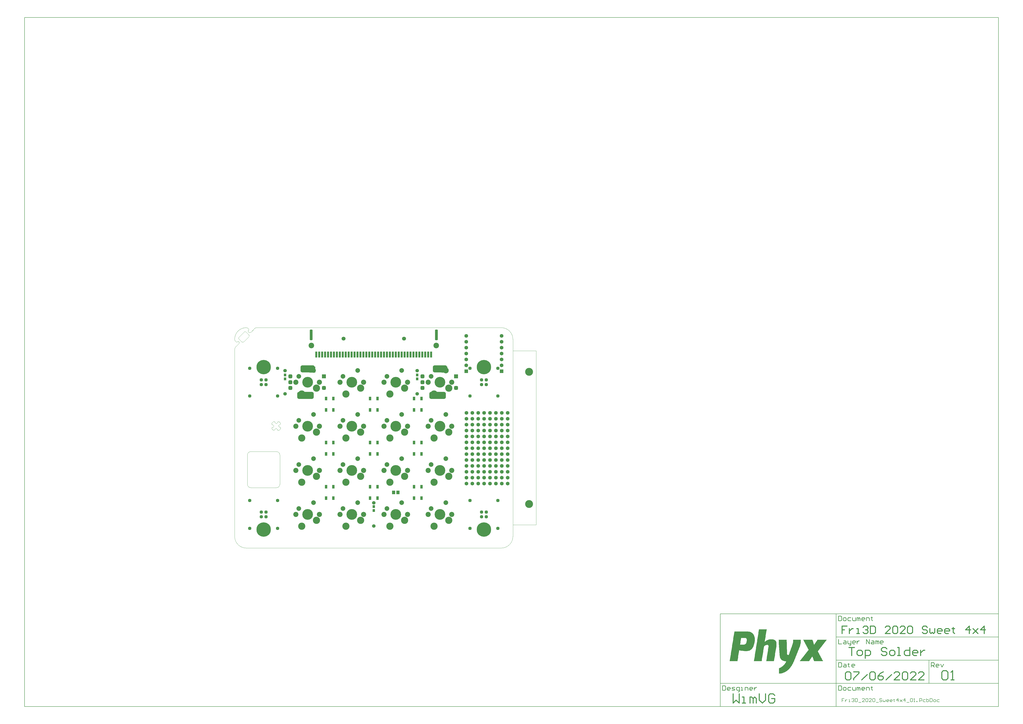
<source format=gts>
G04*
G04 #@! TF.GenerationSoftware,Altium Limited,Altium Designer,22.6.0 (29)*
G04*
G04 Layer_Color=8388736*
%FSLAX25Y25*%
%MOIN*%
G70*
G04*
G04 #@! TF.SameCoordinates,49C09CC0-90A6-4759-90E3-BA1AF69BA4C5*
G04*
G04*
G04 #@! TF.FilePolarity,Negative*
G04*
G01*
G75*
%ADD12C,0.00787*%
%ADD14C,0.00394*%
%ADD16C,0.00984*%
%ADD17C,0.01575*%
%ADD25R,0.04331X0.04724*%
%ADD26R,0.04331X0.06299*%
%ADD27R,0.03543X0.10236*%
%ADD28R,0.05512X0.06299*%
%ADD29C,0.13386*%
%ADD30C,0.05906*%
%ADD31C,0.12205*%
%ADD32C,0.08700*%
%ADD33C,0.18200*%
%ADD34R,0.06299X0.06299*%
%ADD35C,0.06299*%
%ADD36C,0.09449*%
G04:AMPARAMS|DCode=37|XSize=47.24mil|YSize=181.1mil|CornerRadius=12.8mil|HoleSize=0mil|Usage=FLASHONLY|Rotation=0.000|XOffset=0mil|YOffset=0mil|HoleType=Round|Shape=RoundedRectangle|*
%AMROUNDEDRECTD37*
21,1,0.04724,0.15551,0,0,0.0*
21,1,0.02165,0.18110,0,0,0.0*
1,1,0.02559,0.01083,-0.07776*
1,1,0.02559,-0.01083,-0.07776*
1,1,0.02559,-0.01083,0.07776*
1,1,0.02559,0.01083,0.07776*
%
%ADD37ROUNDEDRECTD37*%
%ADD38C,0.06693*%
G04:AMPARAMS|DCode=39|XSize=122.05mil|YSize=279.53mil|CornerRadius=31.5mil|HoleSize=0mil|Usage=FLASHONLY|Rotation=270.000|XOffset=0mil|YOffset=0mil|HoleType=Round|Shape=RoundedRectangle|*
%AMROUNDEDRECTD39*
21,1,0.12205,0.21654,0,0,270.0*
21,1,0.05906,0.27953,0,0,270.0*
1,1,0.06299,-0.10827,-0.02953*
1,1,0.06299,-0.10827,0.02953*
1,1,0.06299,0.10827,0.02953*
1,1,0.06299,0.10827,-0.02953*
%
%ADD39ROUNDEDRECTD39*%
%ADD40R,0.10236X0.10236*%
%ADD41C,0.05709*%
%ADD42R,0.06693X0.06693*%
G04:AMPARAMS|DCode=43|XSize=66.93mil|YSize=66.93mil|CornerRadius=17.72mil|HoleSize=0mil|Usage=FLASHONLY|Rotation=270.000|XOffset=0mil|YOffset=0mil|HoleType=Round|Shape=RoundedRectangle|*
%AMROUNDEDRECTD43*
21,1,0.06693,0.03150,0,0,270.0*
21,1,0.03150,0.06693,0,0,270.0*
1,1,0.03543,-0.01575,-0.01575*
1,1,0.03543,-0.01575,0.01575*
1,1,0.03543,0.01575,0.01575*
1,1,0.03543,0.01575,-0.01575*
%
%ADD43ROUNDEDRECTD43*%
G04:AMPARAMS|DCode=44|XSize=122.05mil|YSize=240.16mil|CornerRadius=31.5mil|HoleSize=0mil|Usage=FLASHONLY|Rotation=90.000|XOffset=0mil|YOffset=0mil|HoleType=Round|Shape=RoundedRectangle|*
%AMROUNDEDRECTD44*
21,1,0.12205,0.17717,0,0,90.0*
21,1,0.05906,0.24016,0,0,90.0*
1,1,0.06299,0.08858,0.02953*
1,1,0.06299,0.08858,-0.02953*
1,1,0.06299,-0.08858,-0.02953*
1,1,0.06299,-0.08858,0.02953*
%
%ADD44ROUNDEDRECTD44*%
%ADD45C,0.07900*%
%ADD46C,0.09843*%
%ADD47C,0.24410*%
G36*
X872201Y-141778D02*
X873919D01*
Y-142065D01*
X874778D01*
Y-142351D01*
X875637D01*
Y-142637D01*
X876496D01*
Y-142924D01*
X877069D01*
Y-143210D01*
X877355D01*
Y-143496D01*
X877928D01*
Y-143783D01*
X878214D01*
Y-144069D01*
X878786D01*
Y-144355D01*
X879073D01*
Y-144641D01*
X879359D01*
Y-144928D01*
X879646D01*
Y-145214D01*
X879932D01*
Y-145501D01*
X880218D01*
Y-145787D01*
X880504D01*
Y-146073D01*
Y-146359D01*
X880791D01*
Y-146646D01*
X881077D01*
Y-146932D01*
Y-147218D01*
X881363D01*
Y-147505D01*
X881650D01*
Y-147791D01*
Y-148077D01*
X881936D01*
Y-148364D01*
Y-148650D01*
Y-148936D01*
X882222D01*
Y-149223D01*
Y-149509D01*
Y-149795D01*
X882509D01*
Y-150082D01*
Y-150368D01*
Y-150654D01*
Y-150940D01*
X882795D01*
Y-151227D01*
Y-151513D01*
Y-151799D01*
Y-152086D01*
Y-152372D01*
X883081D01*
Y-152658D01*
Y-152945D01*
Y-153231D01*
Y-153517D01*
Y-153804D01*
Y-154090D01*
Y-154376D01*
Y-154663D01*
Y-154949D01*
Y-155235D01*
Y-155521D01*
Y-155808D01*
Y-156094D01*
Y-156380D01*
Y-156667D01*
Y-156953D01*
Y-157239D01*
Y-157526D01*
Y-157812D01*
Y-158098D01*
X882795D01*
Y-158385D01*
Y-158671D01*
Y-158957D01*
Y-159244D01*
Y-159530D01*
Y-159816D01*
Y-160102D01*
X882509D01*
Y-160389D01*
Y-160675D01*
Y-160961D01*
Y-161248D01*
Y-161534D01*
X882222D01*
Y-161820D01*
Y-162107D01*
Y-162393D01*
Y-162679D01*
Y-162966D01*
X881936D01*
Y-163252D01*
Y-163538D01*
Y-163824D01*
X881650D01*
Y-164111D01*
Y-164397D01*
Y-164683D01*
Y-164970D01*
X881363D01*
Y-165256D01*
Y-165542D01*
Y-165829D01*
X881077D01*
Y-166115D01*
Y-166401D01*
X880791D01*
Y-166688D01*
Y-166974D01*
Y-167260D01*
X880504D01*
Y-167547D01*
Y-167833D01*
X880218D01*
Y-168119D01*
Y-168405D01*
X879932D01*
Y-168692D01*
Y-168978D01*
X879646D01*
Y-169264D01*
X879359D01*
Y-169551D01*
Y-169837D01*
X879073D01*
Y-170123D01*
X878786D01*
Y-170410D01*
X878500D01*
Y-170696D01*
Y-170982D01*
X878214D01*
Y-171269D01*
X877928D01*
Y-171555D01*
X877641D01*
Y-171841D01*
X877355D01*
Y-172127D01*
X877069D01*
Y-172414D01*
X876496D01*
Y-172700D01*
X876210D01*
Y-172986D01*
X875637D01*
Y-173273D01*
X875351D01*
Y-173559D01*
X874778D01*
Y-173845D01*
X873919D01*
Y-174132D01*
X873060D01*
Y-174418D01*
X872201D01*
Y-174704D01*
X870483D01*
Y-174991D01*
X865330D01*
Y-174704D01*
X862753D01*
Y-174418D01*
X860749D01*
Y-174132D01*
X859317D01*
Y-173845D01*
X857886D01*
Y-173559D01*
X856454D01*
Y-173845D01*
Y-174132D01*
Y-174418D01*
Y-174704D01*
Y-174991D01*
Y-175277D01*
Y-175563D01*
X856168D01*
Y-175850D01*
Y-176136D01*
Y-176422D01*
Y-176709D01*
Y-176995D01*
Y-177281D01*
X855882D01*
Y-177568D01*
Y-177854D01*
Y-178140D01*
Y-178426D01*
Y-178713D01*
Y-178999D01*
X855595D01*
Y-179285D01*
Y-179572D01*
Y-179858D01*
Y-180144D01*
Y-180431D01*
Y-180717D01*
Y-181003D01*
X855309D01*
Y-181290D01*
Y-181576D01*
Y-181862D01*
Y-182149D01*
Y-182435D01*
Y-182721D01*
X855023D01*
Y-183007D01*
Y-183294D01*
Y-183580D01*
Y-183866D01*
Y-184153D01*
Y-184439D01*
X854736D01*
Y-184725D01*
Y-185012D01*
Y-185298D01*
Y-185584D01*
Y-185871D01*
Y-186157D01*
Y-186443D01*
X854450D01*
Y-186730D01*
Y-187016D01*
Y-187302D01*
Y-187588D01*
Y-187875D01*
Y-188161D01*
X854164D01*
Y-188447D01*
Y-188734D01*
Y-189020D01*
Y-189306D01*
Y-189593D01*
Y-189879D01*
X853877D01*
Y-190165D01*
Y-190452D01*
Y-190738D01*
Y-191024D01*
Y-191311D01*
Y-191597D01*
Y-191883D01*
X840421D01*
Y-191597D01*
X840707D01*
Y-191311D01*
Y-191024D01*
Y-190738D01*
Y-190452D01*
Y-190165D01*
X840993D01*
Y-189879D01*
Y-189593D01*
Y-189306D01*
Y-189020D01*
Y-188734D01*
Y-188447D01*
Y-188161D01*
X841280D01*
Y-187875D01*
Y-187588D01*
Y-187302D01*
Y-187016D01*
Y-186730D01*
Y-186443D01*
X841566D01*
Y-186157D01*
Y-185871D01*
Y-185584D01*
Y-185298D01*
Y-185012D01*
Y-184725D01*
X841852D01*
Y-184439D01*
Y-184153D01*
Y-183866D01*
Y-183580D01*
Y-183294D01*
Y-183007D01*
Y-182721D01*
X842138D01*
Y-182435D01*
Y-182149D01*
Y-181862D01*
Y-181576D01*
Y-181290D01*
Y-181003D01*
X842425D01*
Y-180717D01*
Y-180431D01*
Y-180144D01*
Y-179858D01*
Y-179572D01*
Y-179285D01*
X842711D01*
Y-178999D01*
Y-178713D01*
Y-178426D01*
Y-178140D01*
Y-177854D01*
Y-177568D01*
X842997D01*
Y-177281D01*
Y-176995D01*
Y-176709D01*
Y-176422D01*
Y-176136D01*
Y-175850D01*
Y-175563D01*
X843284D01*
Y-175277D01*
Y-174991D01*
Y-174704D01*
Y-174418D01*
Y-174132D01*
Y-173845D01*
X843570D01*
Y-173559D01*
Y-173273D01*
Y-172986D01*
Y-172700D01*
Y-172414D01*
Y-172127D01*
X843856D01*
Y-171841D01*
Y-171555D01*
Y-171269D01*
Y-170982D01*
Y-170696D01*
Y-170410D01*
X844143D01*
Y-170123D01*
Y-169837D01*
Y-169551D01*
Y-169264D01*
Y-168978D01*
Y-168692D01*
Y-168405D01*
X844429D01*
Y-168119D01*
Y-167833D01*
Y-167547D01*
Y-167260D01*
Y-166974D01*
Y-166688D01*
X844715D01*
Y-166401D01*
Y-166115D01*
Y-165829D01*
Y-165542D01*
Y-165256D01*
Y-164970D01*
X845002D01*
Y-164683D01*
Y-164397D01*
Y-164111D01*
Y-163824D01*
Y-163538D01*
Y-163252D01*
Y-162966D01*
X845288D01*
Y-162679D01*
Y-162393D01*
Y-162107D01*
Y-161820D01*
Y-161534D01*
Y-161248D01*
X845574D01*
Y-160961D01*
Y-160675D01*
Y-160389D01*
Y-160102D01*
Y-159816D01*
Y-159530D01*
X845861D01*
Y-159244D01*
Y-158957D01*
Y-158671D01*
Y-158385D01*
Y-158098D01*
Y-157812D01*
X846147D01*
Y-157526D01*
Y-157239D01*
Y-156953D01*
Y-156667D01*
Y-156380D01*
Y-156094D01*
Y-155808D01*
X846433D01*
Y-155521D01*
Y-155235D01*
Y-154949D01*
Y-154663D01*
Y-154376D01*
Y-154090D01*
X846719D01*
Y-153804D01*
Y-153517D01*
Y-153231D01*
Y-152945D01*
Y-152658D01*
Y-152372D01*
X847006D01*
Y-152086D01*
Y-151799D01*
Y-151513D01*
Y-151227D01*
Y-150940D01*
Y-150654D01*
Y-150368D01*
X847292D01*
Y-150082D01*
Y-149795D01*
Y-149509D01*
Y-149223D01*
Y-148936D01*
Y-148650D01*
X847578D01*
Y-148364D01*
Y-148077D01*
Y-147791D01*
Y-147505D01*
Y-147218D01*
Y-146932D01*
X847865D01*
Y-146646D01*
Y-146359D01*
Y-146073D01*
Y-145787D01*
Y-145501D01*
Y-145214D01*
Y-144928D01*
X848151D01*
Y-144641D01*
Y-144355D01*
Y-144069D01*
Y-143783D01*
Y-143496D01*
Y-143210D01*
X848437D01*
Y-142924D01*
Y-142637D01*
Y-142351D01*
Y-142065D01*
Y-141778D01*
Y-141492D01*
X872201D01*
Y-141778D01*
D02*
G37*
G36*
X903409Y-138343D02*
Y-138629D01*
X903123D01*
Y-138915D01*
Y-139202D01*
Y-139488D01*
Y-139774D01*
Y-140060D01*
Y-140347D01*
X902837D01*
Y-140633D01*
Y-140919D01*
Y-141206D01*
Y-141492D01*
Y-141778D01*
Y-142065D01*
X902551D01*
Y-142351D01*
Y-142637D01*
Y-142924D01*
Y-143210D01*
Y-143496D01*
Y-143783D01*
Y-144069D01*
X902264D01*
Y-144355D01*
Y-144641D01*
Y-144928D01*
Y-145214D01*
Y-145501D01*
Y-145787D01*
X901978D01*
Y-146073D01*
Y-146359D01*
Y-146646D01*
Y-146932D01*
Y-147218D01*
Y-147505D01*
X901692D01*
Y-147791D01*
Y-148077D01*
Y-148364D01*
Y-148650D01*
Y-148936D01*
Y-149223D01*
Y-149509D01*
X901405D01*
Y-149795D01*
Y-150082D01*
Y-150368D01*
Y-150654D01*
Y-150940D01*
Y-151227D01*
X901119D01*
Y-151513D01*
Y-151799D01*
Y-152086D01*
Y-152372D01*
Y-152658D01*
Y-152945D01*
X900833D01*
Y-153231D01*
Y-153517D01*
Y-153804D01*
Y-154090D01*
Y-154376D01*
Y-154663D01*
X900546D01*
Y-154949D01*
Y-155235D01*
Y-155521D01*
Y-155808D01*
Y-156094D01*
Y-156380D01*
Y-156667D01*
X900260D01*
Y-156953D01*
Y-157239D01*
Y-157526D01*
Y-157812D01*
Y-158098D01*
Y-158385D01*
X899974D01*
Y-158671D01*
Y-158957D01*
X900546D01*
Y-158671D01*
X900833D01*
Y-158385D01*
X901119D01*
Y-158098D01*
X901692D01*
Y-157812D01*
X901978D01*
Y-157526D01*
X902264D01*
Y-157239D01*
X902837D01*
Y-156953D01*
X903409D01*
Y-156667D01*
X903696D01*
Y-156380D01*
X904268D01*
Y-156094D01*
X905127D01*
Y-155808D01*
X905700D01*
Y-155521D01*
X906559D01*
Y-155235D01*
X907990D01*
Y-154949D01*
X914289D01*
Y-155235D01*
X915435D01*
Y-155521D01*
X916294D01*
Y-155808D01*
X916866D01*
Y-156094D01*
X917153D01*
Y-156380D01*
X917725D01*
Y-156667D01*
X918011D01*
Y-156953D01*
X918298D01*
Y-157239D01*
X918584D01*
Y-157526D01*
X918870D01*
Y-157812D01*
Y-158098D01*
X919157D01*
Y-158385D01*
Y-158671D01*
X919443D01*
Y-158957D01*
Y-159244D01*
Y-159530D01*
X919729D01*
Y-159816D01*
Y-160102D01*
Y-160389D01*
Y-160675D01*
X920016D01*
Y-160961D01*
Y-161248D01*
Y-161534D01*
Y-161820D01*
Y-162107D01*
Y-162393D01*
Y-162679D01*
Y-162966D01*
Y-163252D01*
Y-163538D01*
Y-163824D01*
Y-164111D01*
Y-164397D01*
Y-164683D01*
Y-164970D01*
Y-165256D01*
Y-165542D01*
Y-165829D01*
X919729D01*
Y-166115D01*
Y-166401D01*
Y-166688D01*
Y-166974D01*
Y-167260D01*
Y-167547D01*
Y-167833D01*
X919443D01*
Y-168119D01*
Y-168405D01*
Y-168692D01*
Y-168978D01*
Y-169264D01*
Y-169551D01*
Y-169837D01*
X919157D01*
Y-170123D01*
Y-170410D01*
Y-170696D01*
Y-170982D01*
Y-171269D01*
Y-171555D01*
X918870D01*
Y-171841D01*
Y-172127D01*
Y-172414D01*
Y-172700D01*
Y-172986D01*
Y-173273D01*
X918584D01*
Y-173559D01*
Y-173845D01*
Y-174132D01*
Y-174418D01*
Y-174704D01*
Y-174991D01*
X918298D01*
Y-175277D01*
Y-175563D01*
Y-175850D01*
Y-176136D01*
Y-176422D01*
Y-176709D01*
Y-176995D01*
X918011D01*
Y-177281D01*
Y-177568D01*
Y-177854D01*
Y-178140D01*
Y-178426D01*
Y-178713D01*
X917725D01*
Y-178999D01*
Y-179285D01*
Y-179572D01*
Y-179858D01*
Y-180144D01*
Y-180431D01*
X917439D01*
Y-180717D01*
Y-181003D01*
Y-181290D01*
Y-181576D01*
Y-181862D01*
Y-182149D01*
Y-182435D01*
X917153D01*
Y-182721D01*
Y-183007D01*
Y-183294D01*
Y-183580D01*
Y-183866D01*
Y-184153D01*
X916866D01*
Y-184439D01*
Y-184725D01*
Y-185012D01*
Y-185298D01*
Y-185584D01*
Y-185871D01*
X916580D01*
Y-186157D01*
Y-186443D01*
Y-186730D01*
Y-187016D01*
Y-187302D01*
Y-187588D01*
X916294D01*
Y-187875D01*
Y-188161D01*
Y-188447D01*
Y-188734D01*
Y-189020D01*
Y-189306D01*
Y-189593D01*
X916007D01*
Y-189879D01*
Y-190165D01*
Y-190452D01*
Y-190738D01*
Y-191024D01*
Y-191311D01*
X915721D01*
Y-191597D01*
Y-191883D01*
X902551D01*
Y-191597D01*
Y-191311D01*
X902837D01*
Y-191024D01*
Y-190738D01*
Y-190452D01*
Y-190165D01*
Y-189879D01*
Y-189593D01*
X903123D01*
Y-189306D01*
Y-189020D01*
Y-188734D01*
Y-188447D01*
Y-188161D01*
Y-187875D01*
Y-187588D01*
X903409D01*
Y-187302D01*
Y-187016D01*
Y-186730D01*
Y-186443D01*
Y-186157D01*
Y-185871D01*
X903696D01*
Y-185584D01*
Y-185298D01*
Y-185012D01*
Y-184725D01*
Y-184439D01*
Y-184153D01*
X903982D01*
Y-183866D01*
Y-183580D01*
Y-183294D01*
Y-183007D01*
Y-182721D01*
Y-182435D01*
Y-182149D01*
X904268D01*
Y-181862D01*
Y-181576D01*
Y-181290D01*
Y-181003D01*
Y-180717D01*
Y-180431D01*
X904555D01*
Y-180144D01*
Y-179858D01*
Y-179572D01*
Y-179285D01*
Y-178999D01*
Y-178713D01*
Y-178426D01*
X904841D01*
Y-178140D01*
Y-177854D01*
Y-177568D01*
Y-177281D01*
Y-176995D01*
Y-176709D01*
X905127D01*
Y-176422D01*
Y-176136D01*
Y-175850D01*
Y-175563D01*
Y-175277D01*
Y-174991D01*
X905414D01*
Y-174704D01*
Y-174418D01*
Y-174132D01*
Y-173845D01*
Y-173559D01*
Y-173273D01*
X905700D01*
Y-172986D01*
Y-172700D01*
Y-172414D01*
Y-172127D01*
Y-171841D01*
Y-171555D01*
Y-171269D01*
X905986D01*
Y-170982D01*
Y-170696D01*
Y-170410D01*
Y-170123D01*
Y-169837D01*
Y-169551D01*
X906273D01*
Y-169264D01*
Y-168978D01*
Y-168692D01*
Y-168405D01*
Y-168119D01*
Y-167833D01*
Y-167547D01*
X906559D01*
Y-167260D01*
Y-166974D01*
Y-166688D01*
Y-166401D01*
Y-166115D01*
Y-165829D01*
X906273D01*
Y-165542D01*
Y-165256D01*
X905986D01*
Y-164970D01*
X905700D01*
Y-164683D01*
X905127D01*
Y-164397D01*
X903409D01*
Y-164683D01*
X901978D01*
Y-164970D01*
X901119D01*
Y-165256D01*
X900546D01*
Y-165542D01*
X900260D01*
Y-165829D01*
X899687D01*
Y-166115D01*
X899401D01*
Y-166401D01*
X899115D01*
Y-166688D01*
Y-166974D01*
X898828D01*
Y-167260D01*
Y-167547D01*
Y-167833D01*
X898542D01*
Y-168119D01*
Y-168405D01*
Y-168692D01*
Y-168978D01*
Y-169264D01*
Y-169551D01*
X898256D01*
Y-169837D01*
Y-170123D01*
Y-170410D01*
Y-170696D01*
Y-170982D01*
Y-171269D01*
Y-171555D01*
X897970D01*
Y-171841D01*
Y-172127D01*
Y-172414D01*
Y-172700D01*
Y-172986D01*
Y-173273D01*
X897683D01*
Y-173559D01*
Y-173845D01*
Y-174132D01*
Y-174418D01*
Y-174704D01*
Y-174991D01*
X897397D01*
Y-175277D01*
Y-175563D01*
Y-175850D01*
Y-176136D01*
Y-176422D01*
Y-176709D01*
X897111D01*
Y-176995D01*
Y-177281D01*
Y-177568D01*
Y-177854D01*
Y-178140D01*
Y-178426D01*
Y-178713D01*
X896824D01*
Y-178999D01*
Y-179285D01*
Y-179572D01*
Y-179858D01*
Y-180144D01*
Y-180431D01*
X896538D01*
Y-180717D01*
Y-181003D01*
Y-181290D01*
Y-181576D01*
Y-181862D01*
Y-182149D01*
X896252D01*
Y-182435D01*
Y-182721D01*
Y-183007D01*
Y-183294D01*
Y-183580D01*
Y-183866D01*
Y-184153D01*
X895965D01*
Y-184439D01*
Y-184725D01*
Y-185012D01*
Y-185298D01*
Y-185584D01*
Y-185871D01*
X895679D01*
Y-186157D01*
Y-186443D01*
Y-186730D01*
Y-187016D01*
Y-187302D01*
Y-187588D01*
X895393D01*
Y-187875D01*
Y-188161D01*
Y-188447D01*
Y-188734D01*
Y-189020D01*
Y-189306D01*
X895106D01*
Y-189593D01*
Y-189879D01*
Y-190165D01*
Y-190452D01*
Y-190738D01*
Y-191024D01*
Y-191311D01*
X894820D01*
Y-191597D01*
Y-191883D01*
X881650D01*
Y-191597D01*
Y-191311D01*
X881936D01*
Y-191024D01*
Y-190738D01*
Y-190452D01*
Y-190165D01*
Y-189879D01*
Y-189593D01*
Y-189306D01*
X882222D01*
Y-189020D01*
Y-188734D01*
Y-188447D01*
Y-188161D01*
Y-187875D01*
Y-187588D01*
X882509D01*
Y-187302D01*
Y-187016D01*
Y-186730D01*
Y-186443D01*
Y-186157D01*
Y-185871D01*
X882795D01*
Y-185584D01*
Y-185298D01*
Y-185012D01*
Y-184725D01*
Y-184439D01*
Y-184153D01*
Y-183866D01*
X883081D01*
Y-183580D01*
Y-183294D01*
Y-183007D01*
Y-182721D01*
Y-182435D01*
Y-182149D01*
X883368D01*
Y-181862D01*
Y-181576D01*
Y-181290D01*
Y-181003D01*
Y-180717D01*
Y-180431D01*
X883654D01*
Y-180144D01*
Y-179858D01*
Y-179572D01*
Y-179285D01*
Y-178999D01*
Y-178713D01*
X883940D01*
Y-178426D01*
Y-178140D01*
Y-177854D01*
Y-177568D01*
Y-177281D01*
Y-176995D01*
Y-176709D01*
X884227D01*
Y-176422D01*
Y-176136D01*
Y-175850D01*
Y-175563D01*
Y-175277D01*
Y-174991D01*
X884513D01*
Y-174704D01*
Y-174418D01*
Y-174132D01*
Y-173845D01*
Y-173559D01*
Y-173273D01*
X884799D01*
Y-172986D01*
Y-172700D01*
Y-172414D01*
Y-172127D01*
Y-171841D01*
Y-171555D01*
Y-171269D01*
X885085D01*
Y-170982D01*
Y-170696D01*
Y-170410D01*
Y-170123D01*
Y-169837D01*
Y-169551D01*
X885372D01*
Y-169264D01*
Y-168978D01*
Y-168692D01*
Y-168405D01*
Y-168119D01*
Y-167833D01*
X885658D01*
Y-167547D01*
Y-167260D01*
Y-166974D01*
Y-166688D01*
Y-166401D01*
Y-166115D01*
X885944D01*
Y-165829D01*
Y-165542D01*
Y-165256D01*
Y-164970D01*
Y-164683D01*
Y-164397D01*
Y-164111D01*
X886231D01*
Y-163824D01*
Y-163538D01*
Y-163252D01*
Y-162966D01*
Y-162679D01*
Y-162393D01*
X886517D01*
Y-162107D01*
Y-161820D01*
Y-161534D01*
Y-161248D01*
Y-160961D01*
Y-160675D01*
X886803D01*
Y-160389D01*
Y-160102D01*
Y-159816D01*
Y-159530D01*
Y-159244D01*
Y-158957D01*
X887090D01*
Y-158671D01*
Y-158385D01*
Y-158098D01*
Y-157812D01*
Y-157526D01*
Y-157239D01*
Y-156953D01*
X887376D01*
Y-156667D01*
Y-156380D01*
Y-156094D01*
Y-155808D01*
Y-155521D01*
Y-155235D01*
X887662D01*
Y-154949D01*
Y-154663D01*
Y-154376D01*
Y-154090D01*
Y-153804D01*
Y-153517D01*
X887949D01*
Y-153231D01*
Y-152945D01*
Y-152658D01*
Y-152372D01*
Y-152086D01*
Y-151799D01*
Y-151513D01*
X888235D01*
Y-151227D01*
Y-150940D01*
Y-150654D01*
Y-150368D01*
Y-150082D01*
Y-149795D01*
X888521D01*
Y-149509D01*
Y-149223D01*
Y-148936D01*
Y-148650D01*
Y-148364D01*
Y-148077D01*
X888807D01*
Y-147791D01*
Y-147505D01*
Y-147218D01*
Y-146932D01*
Y-146646D01*
Y-146359D01*
X889094D01*
Y-146073D01*
Y-145787D01*
Y-145501D01*
Y-145214D01*
Y-144928D01*
Y-144641D01*
Y-144355D01*
X889380D01*
Y-144069D01*
Y-143783D01*
Y-143496D01*
Y-143210D01*
Y-142924D01*
Y-142637D01*
X889666D01*
Y-142351D01*
Y-142065D01*
Y-141778D01*
Y-141492D01*
Y-141206D01*
Y-140919D01*
X889953D01*
Y-140633D01*
Y-140347D01*
Y-140060D01*
Y-139774D01*
Y-139488D01*
Y-139202D01*
Y-138915D01*
X890239D01*
Y-138629D01*
Y-138343D01*
Y-138056D01*
X903409D01*
Y-138343D01*
D02*
G37*
G36*
X1005337Y-155808D02*
X1005050D01*
Y-156094D01*
X1004764D01*
Y-156380D01*
Y-156667D01*
X1004478D01*
Y-156953D01*
X1004192D01*
Y-157239D01*
X1003905D01*
Y-157526D01*
Y-157812D01*
X1003619D01*
Y-158098D01*
X1003333D01*
Y-158385D01*
X1003046D01*
Y-158671D01*
X1002760D01*
Y-158957D01*
Y-159244D01*
X1002474D01*
Y-159530D01*
X1002187D01*
Y-159816D01*
X1001901D01*
Y-160102D01*
Y-160389D01*
X1001615D01*
Y-160675D01*
X1001328D01*
Y-160961D01*
X1001042D01*
Y-161248D01*
X1000756D01*
Y-161534D01*
Y-161820D01*
X1000469D01*
Y-162107D01*
X1000183D01*
Y-162393D01*
X999897D01*
Y-162679D01*
Y-162966D01*
X999611D01*
Y-163252D01*
X999324D01*
Y-163538D01*
X999038D01*
Y-163824D01*
Y-164111D01*
X998752D01*
Y-164397D01*
X998465D01*
Y-164683D01*
X998179D01*
Y-164970D01*
X997893D01*
Y-165256D01*
Y-165542D01*
X997606D01*
Y-165829D01*
X997320D01*
Y-166115D01*
X997034D01*
Y-166401D01*
Y-166688D01*
X996747D01*
Y-166974D01*
X996461D01*
Y-167260D01*
X996175D01*
Y-167547D01*
Y-167833D01*
X995889D01*
Y-168119D01*
X995602D01*
Y-168405D01*
X995316D01*
Y-168692D01*
X995030D01*
Y-168978D01*
Y-169264D01*
X994743D01*
Y-169551D01*
X994457D01*
Y-169837D01*
X994171D01*
Y-170123D01*
Y-170410D01*
X993884D01*
Y-170696D01*
X993598D01*
Y-170982D01*
X993312D01*
Y-171269D01*
Y-171555D01*
X993025D01*
Y-171841D01*
X992739D01*
Y-172127D01*
X992453D01*
Y-172414D01*
X992166D01*
Y-172700D01*
Y-172986D01*
X991880D01*
Y-173273D01*
X991594D01*
Y-173559D01*
X991308D01*
Y-173845D01*
Y-174132D01*
X991021D01*
Y-174418D01*
X990735D01*
Y-174704D01*
X990449D01*
Y-174991D01*
X990162D01*
Y-175277D01*
Y-175563D01*
X990449D01*
Y-175850D01*
Y-176136D01*
X990735D01*
Y-176422D01*
Y-176709D01*
X991021D01*
Y-176995D01*
X991308D01*
Y-177281D01*
Y-177568D01*
X991594D01*
Y-177854D01*
Y-178140D01*
X991880D01*
Y-178426D01*
Y-178713D01*
X992166D01*
Y-178999D01*
Y-179285D01*
X992453D01*
Y-179572D01*
Y-179858D01*
X992739D01*
Y-180144D01*
Y-180431D01*
X993025D01*
Y-180717D01*
Y-181003D01*
X993312D01*
Y-181290D01*
Y-181576D01*
X993598D01*
Y-181862D01*
X993884D01*
Y-182149D01*
Y-182435D01*
X994171D01*
Y-182721D01*
Y-183007D01*
X994457D01*
Y-183294D01*
Y-183580D01*
X994743D01*
Y-183866D01*
Y-184153D01*
X995030D01*
Y-184439D01*
Y-184725D01*
X995316D01*
Y-185012D01*
Y-185298D01*
X995602D01*
Y-185584D01*
Y-185871D01*
X995889D01*
Y-186157D01*
X996175D01*
Y-186443D01*
Y-186730D01*
X996461D01*
Y-187016D01*
Y-187302D01*
X996747D01*
Y-187588D01*
Y-187875D01*
X997034D01*
Y-188161D01*
Y-188447D01*
X997320D01*
Y-188734D01*
Y-189020D01*
X997606D01*
Y-189306D01*
Y-189593D01*
X997893D01*
Y-189879D01*
Y-190165D01*
X998179D01*
Y-190452D01*
X998465D01*
Y-190738D01*
Y-191024D01*
X998752D01*
Y-191311D01*
Y-191597D01*
X999038D01*
Y-191883D01*
X983863D01*
Y-191597D01*
X983577D01*
Y-191311D01*
Y-191024D01*
Y-190738D01*
X983291D01*
Y-190452D01*
Y-190165D01*
Y-189879D01*
X983004D01*
Y-189593D01*
Y-189306D01*
X982718D01*
Y-189020D01*
Y-188734D01*
Y-188447D01*
X982432D01*
Y-188161D01*
Y-187875D01*
Y-187588D01*
X982146D01*
Y-187302D01*
Y-187016D01*
X981859D01*
Y-186730D01*
Y-186443D01*
Y-186157D01*
X981573D01*
Y-185871D01*
Y-185584D01*
Y-185298D01*
X981287D01*
Y-185012D01*
Y-184725D01*
Y-184439D01*
X981000D01*
Y-184153D01*
X980428D01*
Y-184439D01*
Y-184725D01*
X980141D01*
Y-185012D01*
X979855D01*
Y-185298D01*
Y-185584D01*
X979569D01*
Y-185871D01*
X979282D01*
Y-186157D01*
Y-186443D01*
X978996D01*
Y-186730D01*
X978710D01*
Y-187016D01*
Y-187302D01*
X978423D01*
Y-187588D01*
X978137D01*
Y-187875D01*
X977851D01*
Y-188161D01*
Y-188447D01*
X977565D01*
Y-188734D01*
X977278D01*
Y-189020D01*
Y-189306D01*
X976992D01*
Y-189593D01*
X976705D01*
Y-189879D01*
Y-190165D01*
X976419D01*
Y-190452D01*
X976133D01*
Y-190738D01*
Y-191024D01*
X975847D01*
Y-191311D01*
X975560D01*
Y-191597D01*
Y-191883D01*
X959527D01*
Y-191597D01*
X959813D01*
Y-191311D01*
X960099D01*
Y-191024D01*
X960386D01*
Y-190738D01*
X960672D01*
Y-190452D01*
Y-190165D01*
X960958D01*
Y-189879D01*
X961245D01*
Y-189593D01*
X961531D01*
Y-189306D01*
X961817D01*
Y-189020D01*
Y-188734D01*
X962104D01*
Y-188447D01*
X962390D01*
Y-188161D01*
X962676D01*
Y-187875D01*
Y-187588D01*
X962963D01*
Y-187302D01*
X963249D01*
Y-187016D01*
X963535D01*
Y-186730D01*
X963822D01*
Y-186443D01*
Y-186157D01*
X964108D01*
Y-185871D01*
X964394D01*
Y-185584D01*
X964680D01*
Y-185298D01*
X964967D01*
Y-185012D01*
Y-184725D01*
X965253D01*
Y-184439D01*
X965539D01*
Y-184153D01*
X965826D01*
Y-183866D01*
Y-183580D01*
X966112D01*
Y-183294D01*
X966398D01*
Y-183007D01*
X966685D01*
Y-182721D01*
X966971D01*
Y-182435D01*
Y-182149D01*
X967257D01*
Y-181862D01*
X967544D01*
Y-181576D01*
X967830D01*
Y-181290D01*
Y-181003D01*
X968116D01*
Y-180717D01*
X968402D01*
Y-180431D01*
X968689D01*
Y-180144D01*
X968975D01*
Y-179858D01*
Y-179572D01*
X969261D01*
Y-179285D01*
X969548D01*
Y-178999D01*
X969834D01*
Y-178713D01*
Y-178426D01*
X970120D01*
Y-178140D01*
X970407D01*
Y-177854D01*
X970693D01*
Y-177568D01*
X970979D01*
Y-177281D01*
Y-176995D01*
X971266D01*
Y-176709D01*
X971552D01*
Y-176422D01*
X971838D01*
Y-176136D01*
X972124D01*
Y-175850D01*
Y-175563D01*
X972411D01*
Y-175277D01*
X972697D01*
Y-174991D01*
X972983D01*
Y-174704D01*
Y-174418D01*
X973270D01*
Y-174132D01*
X973556D01*
Y-173845D01*
X973842D01*
Y-173559D01*
X974129D01*
Y-173273D01*
Y-172986D01*
X974415D01*
Y-172700D01*
Y-172414D01*
Y-172127D01*
X974129D01*
Y-171841D01*
X973842D01*
Y-171555D01*
Y-171269D01*
X973556D01*
Y-170982D01*
Y-170696D01*
X973270D01*
Y-170410D01*
Y-170123D01*
X972983D01*
Y-169837D01*
Y-169551D01*
X972697D01*
Y-169264D01*
Y-168978D01*
X972411D01*
Y-168692D01*
Y-168405D01*
X972124D01*
Y-168119D01*
X971838D01*
Y-167833D01*
Y-167547D01*
X971552D01*
Y-167260D01*
Y-166974D01*
X971266D01*
Y-166688D01*
Y-166401D01*
X970979D01*
Y-166115D01*
Y-165829D01*
X970693D01*
Y-165542D01*
Y-165256D01*
X970407D01*
Y-164970D01*
Y-164683D01*
X970120D01*
Y-164397D01*
X969834D01*
Y-164111D01*
Y-163824D01*
X969548D01*
Y-163538D01*
Y-163252D01*
X969261D01*
Y-162966D01*
Y-162679D01*
X968975D01*
Y-162393D01*
Y-162107D01*
X968689D01*
Y-161820D01*
Y-161534D01*
X968402D01*
Y-161248D01*
Y-160961D01*
X968116D01*
Y-160675D01*
Y-160389D01*
X967830D01*
Y-160102D01*
X967544D01*
Y-159816D01*
Y-159530D01*
X967257D01*
Y-159244D01*
Y-158957D01*
X966971D01*
Y-158671D01*
Y-158385D01*
X966685D01*
Y-158098D01*
Y-157812D01*
X966398D01*
Y-157526D01*
Y-157239D01*
X966112D01*
Y-156953D01*
Y-156667D01*
X965826D01*
Y-156380D01*
X965539D01*
Y-156094D01*
Y-155808D01*
X965253D01*
Y-155521D01*
X981000D01*
Y-155808D01*
X981287D01*
Y-156094D01*
Y-156380D01*
Y-156667D01*
X981573D01*
Y-156953D01*
Y-157239D01*
Y-157526D01*
X981859D01*
Y-157812D01*
Y-158098D01*
Y-158385D01*
X982146D01*
Y-158671D01*
Y-158957D01*
Y-159244D01*
X982432D01*
Y-159530D01*
Y-159816D01*
Y-160102D01*
X982718D01*
Y-160389D01*
Y-160675D01*
Y-160961D01*
X983004D01*
Y-161248D01*
Y-161534D01*
Y-161820D01*
X983291D01*
Y-162107D01*
Y-162393D01*
Y-162679D01*
X983577D01*
Y-162966D01*
Y-163252D01*
Y-163538D01*
Y-163824D01*
X984150D01*
Y-163538D01*
X984436D01*
Y-163252D01*
X984722D01*
Y-162966D01*
Y-162679D01*
X985009D01*
Y-162393D01*
X985295D01*
Y-162107D01*
Y-161820D01*
X985581D01*
Y-161534D01*
X985868D01*
Y-161248D01*
Y-160961D01*
X986154D01*
Y-160675D01*
X986440D01*
Y-160389D01*
Y-160102D01*
X986726D01*
Y-159816D01*
X987013D01*
Y-159530D01*
Y-159244D01*
X987299D01*
Y-158957D01*
X987585D01*
Y-158671D01*
Y-158385D01*
X987872D01*
Y-158098D01*
X988158D01*
Y-157812D01*
Y-157526D01*
X988444D01*
Y-157239D01*
X988731D01*
Y-156953D01*
Y-156667D01*
X989017D01*
Y-156380D01*
X989303D01*
Y-156094D01*
Y-155808D01*
X989590D01*
Y-155521D01*
X1005337D01*
Y-155808D01*
D02*
G37*
G36*
X961245D02*
Y-156094D01*
Y-156380D01*
Y-156667D01*
Y-156953D01*
Y-157239D01*
Y-157526D01*
Y-157812D01*
Y-158098D01*
Y-158385D01*
Y-158671D01*
Y-158957D01*
Y-159244D01*
Y-159530D01*
Y-159816D01*
Y-160102D01*
Y-160389D01*
Y-160675D01*
Y-160961D01*
Y-161248D01*
Y-161534D01*
X960958D01*
Y-161820D01*
Y-162107D01*
Y-162393D01*
Y-162679D01*
Y-162966D01*
X960672D01*
Y-163252D01*
Y-163538D01*
Y-163824D01*
Y-164111D01*
X960386D01*
Y-164397D01*
Y-164683D01*
Y-164970D01*
Y-165256D01*
X960099D01*
Y-165542D01*
Y-165829D01*
Y-166115D01*
X959813D01*
Y-166401D01*
Y-166688D01*
Y-166974D01*
X959527D01*
Y-167260D01*
Y-167547D01*
Y-167833D01*
X959241D01*
Y-168119D01*
Y-168405D01*
Y-168692D01*
X958954D01*
Y-168978D01*
Y-169264D01*
X958668D01*
Y-169551D01*
Y-169837D01*
X958381D01*
Y-170123D01*
Y-170410D01*
Y-170696D01*
X958095D01*
Y-170982D01*
Y-171269D01*
X957809D01*
Y-171555D01*
Y-171841D01*
Y-172127D01*
X957523D01*
Y-172414D01*
Y-172700D01*
X957236D01*
Y-172986D01*
Y-173273D01*
Y-173559D01*
X956950D01*
Y-173845D01*
Y-174132D01*
X956664D01*
Y-174418D01*
Y-174704D01*
Y-174991D01*
X956377D01*
Y-175277D01*
Y-175563D01*
X956091D01*
Y-175850D01*
Y-176136D01*
Y-176422D01*
X955805D01*
Y-176709D01*
Y-176995D01*
X955518D01*
Y-177281D01*
Y-177568D01*
Y-177854D01*
X955232D01*
Y-178140D01*
Y-178426D01*
X954946D01*
Y-178713D01*
Y-178999D01*
Y-179285D01*
X954659D01*
Y-179572D01*
Y-179858D01*
X954373D01*
Y-180144D01*
Y-180431D01*
Y-180717D01*
X954087D01*
Y-181003D01*
Y-181290D01*
X953800D01*
Y-181576D01*
Y-181862D01*
Y-182149D01*
X953514D01*
Y-182435D01*
Y-182721D01*
X953228D01*
Y-183007D01*
Y-183294D01*
Y-183580D01*
X952942D01*
Y-183866D01*
Y-184153D01*
X952655D01*
Y-184439D01*
Y-184725D01*
Y-185012D01*
X952369D01*
Y-185298D01*
Y-185584D01*
X952083D01*
Y-185871D01*
Y-186157D01*
Y-186443D01*
X951796D01*
Y-186730D01*
Y-187016D01*
X951510D01*
Y-187302D01*
Y-187588D01*
Y-187875D01*
X951224D01*
Y-188161D01*
Y-188447D01*
X950937D01*
Y-188734D01*
Y-189020D01*
Y-189306D01*
X950651D01*
Y-189593D01*
Y-189879D01*
X950365D01*
Y-190165D01*
Y-190452D01*
Y-190738D01*
X950078D01*
Y-191024D01*
Y-191311D01*
X949792D01*
Y-191597D01*
Y-191883D01*
Y-192169D01*
X949506D01*
Y-192456D01*
Y-192742D01*
X949220D01*
Y-193028D01*
Y-193315D01*
X948933D01*
Y-193601D01*
Y-193887D01*
X948647D01*
Y-194174D01*
Y-194460D01*
Y-194746D01*
X948361D01*
Y-195033D01*
X948074D01*
Y-195319D01*
Y-195605D01*
Y-195891D01*
X947788D01*
Y-196178D01*
X947502D01*
Y-196464D01*
Y-196750D01*
X947215D01*
Y-197037D01*
Y-197323D01*
X946929D01*
Y-197609D01*
Y-197896D01*
X946643D01*
Y-198182D01*
Y-198468D01*
X946356D01*
Y-198755D01*
X946070D01*
Y-199041D01*
Y-199327D01*
X945784D01*
Y-199614D01*
Y-199900D01*
X945497D01*
Y-200186D01*
X945211D01*
Y-200472D01*
X944925D01*
Y-200759D01*
Y-201045D01*
X944639D01*
Y-201331D01*
X944352D01*
Y-201618D01*
Y-201904D01*
X944066D01*
Y-202190D01*
X943780D01*
Y-202477D01*
X943493D01*
Y-202763D01*
Y-203049D01*
X943207D01*
Y-203336D01*
X942921D01*
Y-203622D01*
X942634D01*
Y-203908D01*
X942348D01*
Y-204195D01*
X942062D01*
Y-204481D01*
Y-204767D01*
X941775D01*
Y-205053D01*
X941489D01*
Y-205340D01*
X941203D01*
Y-205626D01*
X940916D01*
Y-205912D01*
X940630D01*
Y-206199D01*
X940344D01*
Y-206485D01*
X940057D01*
Y-206771D01*
X939485D01*
Y-207058D01*
X939199D01*
Y-207344D01*
X938912D01*
Y-207630D01*
X938626D01*
Y-207917D01*
X938340D01*
Y-208203D01*
X937767D01*
Y-208489D01*
X937481D01*
Y-208776D01*
X936908D01*
Y-209062D01*
X936622D01*
Y-209348D01*
X936049D01*
Y-209634D01*
X935763D01*
Y-209921D01*
X935190D01*
Y-210207D01*
X934618D01*
Y-210493D01*
X934045D01*
Y-210780D01*
X933472D01*
Y-211066D01*
X932900D01*
Y-211352D01*
X932041D01*
Y-211639D01*
X931468D01*
Y-211925D01*
X930609D01*
Y-212211D01*
X929464D01*
Y-212498D01*
X928319D01*
Y-212784D01*
X926601D01*
Y-213070D01*
X924597D01*
Y-213357D01*
X924310D01*
Y-213070D01*
Y-212784D01*
Y-212498D01*
Y-212211D01*
Y-211925D01*
Y-211639D01*
Y-211352D01*
Y-211066D01*
Y-210780D01*
Y-210493D01*
Y-210207D01*
Y-209921D01*
Y-209634D01*
Y-209348D01*
Y-209062D01*
Y-208776D01*
Y-208489D01*
Y-208203D01*
Y-207917D01*
Y-207630D01*
Y-207344D01*
Y-207058D01*
Y-206771D01*
Y-206485D01*
Y-206199D01*
Y-205912D01*
Y-205626D01*
Y-205340D01*
Y-205053D01*
Y-204767D01*
Y-204481D01*
Y-204195D01*
Y-203908D01*
X924883D01*
Y-203622D01*
X925455D01*
Y-203336D01*
X926028D01*
Y-203049D01*
X926601D01*
Y-202763D01*
X927173D01*
Y-202477D01*
X927746D01*
Y-202190D01*
X928032D01*
Y-201904D01*
X928605D01*
Y-201618D01*
X928891D01*
Y-201331D01*
X929464D01*
Y-201045D01*
X929750D01*
Y-200759D01*
X930037D01*
Y-200472D01*
X930609D01*
Y-200186D01*
X930896D01*
Y-199900D01*
X931182D01*
Y-199614D01*
X931468D01*
Y-199327D01*
X931754D01*
Y-199041D01*
X932041D01*
Y-198755D01*
X932327D01*
Y-198468D01*
X932613D01*
Y-198182D01*
X932900D01*
Y-197896D01*
X933186D01*
Y-197609D01*
X933472D01*
Y-197323D01*
X933759D01*
Y-197037D01*
Y-196750D01*
X934045D01*
Y-196464D01*
X934331D01*
Y-196178D01*
X934618D01*
Y-195891D01*
Y-195605D01*
X934904D01*
Y-195319D01*
X935190D01*
Y-195033D01*
Y-194746D01*
X935476D01*
Y-194460D01*
Y-194174D01*
X935763D01*
Y-193887D01*
X936049D01*
Y-193601D01*
Y-193315D01*
X936335D01*
Y-193028D01*
Y-192742D01*
X936622D01*
Y-192456D01*
Y-192169D01*
X934904D01*
Y-191883D01*
X932900D01*
Y-191597D01*
X931754D01*
Y-191311D01*
X931182D01*
Y-191024D01*
X930323D01*
Y-190738D01*
X929750D01*
Y-190452D01*
X929464D01*
Y-190165D01*
X928891D01*
Y-189879D01*
X928605D01*
Y-189593D01*
X928319D01*
Y-189306D01*
X928032D01*
Y-189020D01*
X927746D01*
Y-188734D01*
X927460D01*
Y-188447D01*
Y-188161D01*
X927173D01*
Y-187875D01*
X926887D01*
Y-187588D01*
Y-187302D01*
X926601D01*
Y-187016D01*
Y-186730D01*
X926315D01*
Y-186443D01*
Y-186157D01*
X926028D01*
Y-185871D01*
Y-185584D01*
Y-185298D01*
X925742D01*
Y-185012D01*
Y-184725D01*
Y-184439D01*
Y-184153D01*
X925455D01*
Y-183866D01*
Y-183580D01*
Y-183294D01*
Y-183007D01*
Y-182721D01*
Y-182435D01*
Y-182149D01*
X925169D01*
Y-181862D01*
Y-181576D01*
Y-181290D01*
Y-181003D01*
Y-180717D01*
Y-180431D01*
Y-180144D01*
Y-179858D01*
Y-179572D01*
Y-179285D01*
Y-178999D01*
Y-178713D01*
Y-178426D01*
Y-178140D01*
Y-177854D01*
X924883D01*
Y-177568D01*
Y-177281D01*
Y-176995D01*
Y-176709D01*
Y-176422D01*
Y-176136D01*
Y-175850D01*
Y-175563D01*
Y-175277D01*
Y-174991D01*
Y-174704D01*
Y-174418D01*
Y-174132D01*
Y-173845D01*
Y-173559D01*
X924597D01*
Y-173273D01*
Y-172986D01*
Y-172700D01*
Y-172414D01*
Y-172127D01*
Y-171841D01*
Y-171555D01*
Y-171269D01*
Y-170982D01*
Y-170696D01*
Y-170410D01*
Y-170123D01*
Y-169837D01*
Y-169551D01*
Y-169264D01*
Y-168978D01*
X924310D01*
Y-168692D01*
Y-168405D01*
Y-168119D01*
Y-167833D01*
Y-167547D01*
Y-167260D01*
Y-166974D01*
Y-166688D01*
Y-166401D01*
Y-166115D01*
Y-165829D01*
Y-165542D01*
Y-165256D01*
Y-164970D01*
Y-164683D01*
Y-164397D01*
X924024D01*
Y-164111D01*
Y-163824D01*
Y-163538D01*
Y-163252D01*
Y-162966D01*
Y-162679D01*
Y-162393D01*
Y-162107D01*
Y-161820D01*
Y-161534D01*
Y-161248D01*
Y-160961D01*
Y-160675D01*
Y-160389D01*
X923738D01*
Y-160102D01*
Y-159816D01*
Y-159530D01*
Y-159244D01*
Y-158957D01*
Y-158671D01*
Y-158385D01*
Y-158098D01*
Y-157812D01*
Y-157526D01*
Y-157239D01*
Y-156953D01*
Y-156667D01*
Y-156380D01*
Y-156094D01*
Y-155808D01*
X923451D01*
Y-155521D01*
X937194D01*
Y-155808D01*
Y-156094D01*
Y-156380D01*
Y-156667D01*
Y-156953D01*
Y-157239D01*
Y-157526D01*
Y-157812D01*
Y-158098D01*
Y-158385D01*
Y-158671D01*
Y-158957D01*
Y-159244D01*
Y-159530D01*
X937481D01*
Y-159816D01*
Y-160102D01*
Y-160389D01*
Y-160675D01*
Y-160961D01*
Y-161248D01*
Y-161534D01*
Y-161820D01*
Y-162107D01*
Y-162393D01*
Y-162679D01*
Y-162966D01*
Y-163252D01*
Y-163538D01*
Y-163824D01*
Y-164111D01*
Y-164397D01*
Y-164683D01*
Y-164970D01*
Y-165256D01*
Y-165542D01*
Y-165829D01*
Y-166115D01*
Y-166401D01*
Y-166688D01*
Y-166974D01*
Y-167260D01*
Y-167547D01*
Y-167833D01*
Y-168119D01*
Y-168405D01*
Y-168692D01*
Y-168978D01*
Y-169264D01*
Y-169551D01*
Y-169837D01*
Y-170123D01*
Y-170410D01*
Y-170696D01*
Y-170982D01*
Y-171269D01*
X937767D01*
Y-171555D01*
X937481D01*
Y-171841D01*
Y-172127D01*
X937767D01*
Y-172414D01*
Y-172700D01*
Y-172986D01*
Y-173273D01*
Y-173559D01*
Y-173845D01*
Y-174132D01*
Y-174418D01*
Y-174704D01*
Y-174991D01*
Y-175277D01*
Y-175563D01*
Y-175850D01*
Y-176136D01*
Y-176422D01*
Y-176709D01*
Y-176995D01*
Y-177281D01*
Y-177568D01*
Y-177854D01*
Y-178140D01*
Y-178426D01*
Y-178713D01*
Y-178999D01*
Y-179285D01*
Y-179572D01*
X938053D01*
Y-179858D01*
Y-180144D01*
Y-180431D01*
X938340D01*
Y-180717D01*
X938626D01*
Y-181003D01*
X938912D01*
Y-181290D01*
X939771D01*
Y-181576D01*
X940630D01*
Y-181290D01*
X940916D01*
Y-181003D01*
Y-180717D01*
Y-180431D01*
X941203D01*
Y-180144D01*
Y-179858D01*
X941489D01*
Y-179572D01*
Y-179285D01*
Y-178999D01*
X941775D01*
Y-178713D01*
Y-178426D01*
Y-178140D01*
X942062D01*
Y-177854D01*
Y-177568D01*
Y-177281D01*
X942348D01*
Y-176995D01*
Y-176709D01*
Y-176422D01*
X942634D01*
Y-176136D01*
Y-175850D01*
X942921D01*
Y-175563D01*
Y-175277D01*
Y-174991D01*
X943207D01*
Y-174704D01*
Y-174418D01*
Y-174132D01*
X943493D01*
Y-173845D01*
Y-173559D01*
Y-173273D01*
X943780D01*
Y-172986D01*
Y-172700D01*
X944066D01*
Y-172414D01*
Y-172127D01*
Y-171841D01*
X944352D01*
Y-171555D01*
Y-171269D01*
Y-170982D01*
X944639D01*
Y-170696D01*
Y-170410D01*
Y-170123D01*
X944925D01*
Y-169837D01*
Y-169551D01*
X945211D01*
Y-169264D01*
Y-168978D01*
Y-168692D01*
X945497D01*
Y-168405D01*
Y-168119D01*
Y-167833D01*
X945784D01*
Y-167547D01*
Y-167260D01*
Y-166974D01*
X946070D01*
Y-166688D01*
Y-166401D01*
X946356D01*
Y-166115D01*
Y-165829D01*
Y-165542D01*
X946643D01*
Y-165256D01*
Y-164970D01*
Y-164683D01*
X946929D01*
Y-164397D01*
Y-164111D01*
Y-163824D01*
X947215D01*
Y-163538D01*
Y-163252D01*
Y-162966D01*
Y-162679D01*
X947502D01*
Y-162393D01*
Y-162107D01*
Y-161820D01*
Y-161534D01*
X947788D01*
Y-161248D01*
Y-160961D01*
Y-160675D01*
Y-160389D01*
Y-160102D01*
X948074D01*
Y-159816D01*
Y-159530D01*
Y-159244D01*
Y-158957D01*
Y-158671D01*
Y-158385D01*
X948361D01*
Y-158098D01*
Y-157812D01*
Y-157526D01*
Y-157239D01*
Y-156953D01*
Y-156667D01*
Y-156380D01*
Y-156094D01*
Y-155808D01*
Y-155521D01*
X961245D01*
Y-155808D01*
D02*
G37*
%LPC*%
G36*
X867907Y-152658D02*
X859890D01*
Y-152945D01*
Y-153231D01*
Y-153517D01*
Y-153804D01*
Y-154090D01*
X859604D01*
Y-154376D01*
Y-154663D01*
Y-154949D01*
Y-155235D01*
Y-155521D01*
Y-155808D01*
X859317D01*
Y-156094D01*
Y-156380D01*
Y-156667D01*
Y-156953D01*
Y-157239D01*
Y-157526D01*
X859031D01*
Y-157812D01*
Y-158098D01*
Y-158385D01*
Y-158671D01*
Y-158957D01*
Y-159244D01*
X858745D01*
Y-159530D01*
Y-159816D01*
Y-160102D01*
Y-160389D01*
Y-160675D01*
Y-160961D01*
Y-161248D01*
X858458D01*
Y-161534D01*
Y-161820D01*
Y-162107D01*
Y-162393D01*
Y-162679D01*
Y-162966D01*
X858172D01*
Y-163252D01*
Y-163538D01*
Y-163824D01*
X865330D01*
Y-163538D01*
X866475D01*
Y-163252D01*
X867048D01*
Y-162966D01*
X867334D01*
Y-162679D01*
X867620D01*
Y-162393D01*
X867907D01*
Y-162107D01*
X868193D01*
Y-161820D01*
Y-161534D01*
X868479D01*
Y-161248D01*
Y-160961D01*
X868766D01*
Y-160675D01*
Y-160389D01*
X869052D01*
Y-160102D01*
Y-159816D01*
Y-159530D01*
Y-159244D01*
X869338D01*
Y-158957D01*
Y-158671D01*
Y-158385D01*
Y-158098D01*
Y-157812D01*
X869625D01*
Y-157526D01*
Y-157239D01*
Y-156953D01*
Y-156667D01*
Y-156380D01*
Y-156094D01*
Y-155808D01*
Y-155521D01*
Y-155235D01*
Y-154949D01*
Y-154663D01*
X869338D01*
Y-154376D01*
Y-154090D01*
X869052D01*
Y-153804D01*
Y-153517D01*
X868766D01*
Y-153231D01*
X868479D01*
Y-152945D01*
X867907D01*
Y-152658D01*
D02*
G37*
%LPD*%
D12*
X1178748Y-229571D02*
Y-190201D01*
X1021267Y-150831D02*
X1296858D01*
X1021267Y-190201D02*
X1296858D01*
X824417Y-229571D02*
X1296858D01*
X824417Y-111461D02*
X1296858D01*
X824417Y-268941D02*
Y-111461D01*
X1021267Y-268941D02*
Y-111461D01*
X-356685Y900350D02*
X1296858D01*
Y-268941D02*
Y900350D01*
X-356685Y-268941D02*
Y900350D01*
Y-268941D02*
X1296858D01*
X1035046Y-255164D02*
X1031110D01*
Y-258115D01*
X1033078D01*
X1031110D01*
Y-261067D01*
X1037014Y-257131D02*
Y-261067D01*
Y-259099D01*
X1037998Y-258115D01*
X1038981Y-257131D01*
X1039965D01*
X1042917Y-261067D02*
X1044885D01*
X1043901D01*
Y-257131D01*
X1042917D01*
X1047837Y-256147D02*
X1048821Y-255164D01*
X1050789D01*
X1051772Y-256147D01*
Y-257131D01*
X1050789Y-258115D01*
X1049805D01*
X1050789D01*
X1051772Y-259099D01*
Y-260083D01*
X1050789Y-261067D01*
X1048821D01*
X1047837Y-260083D01*
X1053740Y-255164D02*
Y-261067D01*
X1056692D01*
X1057676Y-260083D01*
Y-256147D01*
X1056692Y-255164D01*
X1053740D01*
X1059644Y-262051D02*
X1063580D01*
X1069483Y-261067D02*
X1065548D01*
X1069483Y-257131D01*
Y-256147D01*
X1068499Y-255164D01*
X1066531D01*
X1065548Y-256147D01*
X1071451D02*
X1072435Y-255164D01*
X1074403D01*
X1075387Y-256147D01*
Y-260083D01*
X1074403Y-261067D01*
X1072435D01*
X1071451Y-260083D01*
Y-256147D01*
X1081291Y-261067D02*
X1077355D01*
X1081291Y-257131D01*
Y-256147D01*
X1080307Y-255164D01*
X1078339D01*
X1077355Y-256147D01*
X1083258D02*
X1084242Y-255164D01*
X1086210D01*
X1087194Y-256147D01*
Y-260083D01*
X1086210Y-261067D01*
X1084242D01*
X1083258Y-260083D01*
Y-256147D01*
X1089162Y-262051D02*
X1093098D01*
X1099001Y-256147D02*
X1098017Y-255164D01*
X1096049D01*
X1095066Y-256147D01*
Y-257131D01*
X1096049Y-258115D01*
X1098017D01*
X1099001Y-259099D01*
Y-260083D01*
X1098017Y-261067D01*
X1096049D01*
X1095066Y-260083D01*
X1100969Y-257131D02*
Y-260083D01*
X1101953Y-261067D01*
X1102937Y-260083D01*
X1103921Y-261067D01*
X1104905Y-260083D01*
Y-257131D01*
X1109825Y-261067D02*
X1107857D01*
X1106873Y-260083D01*
Y-258115D01*
X1107857Y-257131D01*
X1109825D01*
X1110808Y-258115D01*
Y-259099D01*
X1106873D01*
X1115728Y-261067D02*
X1113760D01*
X1112776Y-260083D01*
Y-258115D01*
X1113760Y-257131D01*
X1115728D01*
X1116712Y-258115D01*
Y-259099D01*
X1112776D01*
X1119664Y-256147D02*
Y-257131D01*
X1118680D01*
X1120648D01*
X1119664D01*
Y-260083D01*
X1120648Y-261067D01*
X1126552D02*
Y-255164D01*
X1123600Y-258115D01*
X1127535D01*
X1129503Y-257131D02*
X1133439Y-261067D01*
X1131471Y-259099D01*
X1133439Y-257131D01*
X1129503Y-261067D01*
X1138359D02*
Y-255164D01*
X1135407Y-258115D01*
X1139343D01*
X1141311Y-262051D02*
X1145246D01*
X1147214Y-256147D02*
X1148198Y-255164D01*
X1150166D01*
X1151150Y-256147D01*
Y-260083D01*
X1150166Y-261067D01*
X1148198D01*
X1147214Y-260083D01*
Y-256147D01*
X1153118Y-261067D02*
X1155085D01*
X1154102D01*
Y-255164D01*
X1153118Y-256147D01*
X1158037Y-261067D02*
Y-260083D01*
X1159021D01*
Y-261067D01*
X1158037D01*
X1162957D02*
Y-255164D01*
X1165909D01*
X1166893Y-256147D01*
Y-258115D01*
X1165909Y-259099D01*
X1162957D01*
X1172796Y-257131D02*
X1169845D01*
X1168861Y-258115D01*
Y-260083D01*
X1169845Y-261067D01*
X1172796D01*
X1174764Y-255164D02*
Y-261067D01*
X1177716D01*
X1178700Y-260083D01*
Y-259099D01*
Y-258115D01*
X1177716Y-257131D01*
X1174764D01*
X1180668Y-255164D02*
Y-261067D01*
X1183620D01*
X1184604Y-260083D01*
Y-256147D01*
X1183620Y-255164D01*
X1180668D01*
X1187555Y-261067D02*
X1189523D01*
X1190507Y-260083D01*
Y-258115D01*
X1189523Y-257131D01*
X1187555D01*
X1186571Y-258115D01*
Y-260083D01*
X1187555Y-261067D01*
X1196411Y-257131D02*
X1193459D01*
X1192475Y-258115D01*
Y-260083D01*
X1193459Y-261067D01*
X1196411D01*
D14*
X72380Y201516D02*
G03*
X75740Y200105I1968J-19D01*
G01*
X74766Y208039D02*
G03*
X74766Y206647I696J-696D01*
G01*
X77549Y201915D02*
G03*
X76139Y205275I-1392J1392D01*
G01*
X66275Y206230D02*
G03*
X66275Y207622I-696J696D01*
G01*
X65110Y205066D02*
G03*
X63700Y201706I-19J-1968D01*
G01*
X71007Y202889D02*
G03*
X69615Y202889I-696J-696D01*
G01*
X65092Y200314D02*
G03*
X68452Y201724I1392J1392D01*
G01*
X75930Y209203D02*
G03*
X77341Y212563I19J1968D01*
G01*
X70033Y211380D02*
G03*
X71425Y211380I696J696D01*
G01*
X68661Y212753D02*
G03*
X65300Y214164I-1968J19D01*
G01*
X63491Y212354D02*
G03*
X64901Y208994I1392J-1392D01*
G01*
X75949Y213955D02*
G03*
X72588Y212544I-1392J-1392D01*
G01*
X27559Y163779D02*
G03*
X21654Y157874I0J-5906D01*
G01*
Y108268D02*
G03*
X27559Y102362I5906J0D01*
G01*
X76772Y157874D02*
G03*
X70866Y163779I-5906J0D01*
G01*
Y102362D02*
G03*
X76772Y108268I0J5906D01*
G01*
X452756Y0D02*
G03*
X472441Y19685I0J19685D01*
G01*
Y354331D02*
G03*
X452756Y374016I-19685J0D01*
G01*
X0Y19685D02*
G03*
X19685Y0I19685J0D01*
G01*
Y374016D02*
G03*
X0Y354331I0J-19685D01*
G01*
X37402Y374016D02*
G03*
X33695Y372481I0J-5241D01*
G01*
X23045Y372624D02*
G03*
X19685Y374016I-3360J-3360D01*
G01*
X2469Y349748D02*
G03*
X4544Y349845I989J1085D01*
G01*
X24199Y358844D02*
G03*
X24199Y361628I-1392J1392D01*
G01*
X23718Y369972D02*
G03*
X27453Y366238I1773J-1961D01*
G01*
X19109Y366718D02*
G03*
X16325Y366718I-1392J-1392D01*
G01*
X0Y354331D02*
G03*
X1494Y350724I5101J0D01*
G01*
X23718Y369972D02*
G03*
X23622Y372047I-1085J989D01*
G01*
X12388Y349817D02*
G03*
X15171Y349817I1392J1392D01*
G01*
X7298Y357691D02*
G03*
X7298Y354907I1392J-1392D01*
G01*
X7325Y347064D02*
G03*
X4544Y349845I-1320J1460D01*
G01*
X2210Y341949D02*
G03*
X0Y336614I5335J-5335D01*
G01*
X472441Y39370D02*
X511811D01*
X472441Y334646D02*
X511811D01*
X511811Y39370D02*
X511811Y334646D01*
X75740Y200105D02*
X76645Y201010D01*
X74766Y206647D02*
X76138Y205274D01*
X74766Y208039D02*
X75930Y209203D01*
X76645Y201010D02*
X77549Y201915D01*
X71007Y202889D02*
X72380Y201516D01*
X65111Y205066D02*
X66275Y206230D01*
X68451Y201725D02*
X69615Y202889D01*
X63769Y201636D02*
X64396Y201010D01*
X64902Y208994D02*
X66275Y207622D01*
X64396Y201010D02*
X65022Y200383D01*
X76645Y213259D02*
X77271Y212633D01*
X71425Y211380D02*
X72589Y212544D01*
X68660Y212753D02*
X70033Y211380D01*
X63491Y212354D02*
X64396Y213259D01*
X76018Y213885D02*
X76645Y213259D01*
X64396D02*
X65300Y214164D01*
X27559Y163779D02*
X70866D01*
X27559Y102362D02*
X70866D01*
X76772Y108268D02*
Y157874D01*
X21654Y108268D02*
Y157874D01*
X19685Y0D02*
X452756D01*
X472441Y19685D02*
Y354331D01*
X-0Y336614D02*
X0Y19685D01*
X15171Y349817D02*
X24207Y358853D01*
X19100Y366727D02*
X24207Y361619D01*
X27453Y366238D02*
X33695Y372481D01*
X7298Y357691D02*
X16333Y366727D01*
X7298Y354907D02*
X12388Y349817D01*
X2210Y341949D02*
X7325Y347064D01*
X23045Y372624D02*
X23622Y372047D01*
X1494Y350724D02*
X2469Y349748D01*
X37402Y374016D02*
X452756D01*
D16*
X1182685Y-202012D02*
Y-194141D01*
X1186621D01*
X1187932Y-195452D01*
Y-198076D01*
X1186621Y-199388D01*
X1182685D01*
X1185308D02*
X1187932Y-202012D01*
X1194492D02*
X1191868D01*
X1190556Y-200700D01*
Y-198076D01*
X1191868Y-196764D01*
X1194492D01*
X1195804Y-198076D01*
Y-199388D01*
X1190556D01*
X1198428Y-196764D02*
X1201052Y-202012D01*
X1203675Y-196764D01*
X828354Y-233511D02*
Y-241382D01*
X832290D01*
X833602Y-240070D01*
Y-234823D01*
X832290Y-233511D01*
X828354D01*
X840161Y-241382D02*
X837537D01*
X836226Y-240070D01*
Y-237446D01*
X837537Y-236134D01*
X840161D01*
X841473Y-237446D01*
Y-238758D01*
X836226D01*
X844097Y-241382D02*
X848033D01*
X849345Y-240070D01*
X848033Y-238758D01*
X845409D01*
X844097Y-237446D01*
X845409Y-236134D01*
X849345D01*
X854592Y-244006D02*
X855904D01*
X857216Y-242694D01*
Y-236134D01*
X853280D01*
X851968Y-237446D01*
Y-240070D01*
X853280Y-241382D01*
X857216D01*
X859840D02*
X862464D01*
X861152D01*
Y-236134D01*
X859840D01*
X866399Y-241382D02*
Y-236134D01*
X870335D01*
X871647Y-237446D01*
Y-241382D01*
X878207D02*
X875583D01*
X874271Y-240070D01*
Y-237446D01*
X875583Y-236134D01*
X878207D01*
X879519Y-237446D01*
Y-238758D01*
X874271D01*
X882143Y-236134D02*
Y-241382D01*
Y-238758D01*
X883454Y-237446D01*
X884766Y-236134D01*
X886078D01*
X1025204Y-115400D02*
Y-123272D01*
X1029140D01*
X1030452Y-121960D01*
Y-116712D01*
X1029140Y-115400D01*
X1025204D01*
X1034388Y-123272D02*
X1037012D01*
X1038323Y-121960D01*
Y-119336D01*
X1037012Y-118024D01*
X1034388D01*
X1033076Y-119336D01*
Y-121960D01*
X1034388Y-123272D01*
X1046195Y-118024D02*
X1042259D01*
X1040947Y-119336D01*
Y-121960D01*
X1042259Y-123272D01*
X1046195D01*
X1048819Y-118024D02*
Y-121960D01*
X1050131Y-123272D01*
X1054066D01*
Y-118024D01*
X1056690Y-123272D02*
Y-118024D01*
X1058002D01*
X1059314Y-119336D01*
Y-123272D01*
Y-119336D01*
X1060626Y-118024D01*
X1061938Y-119336D01*
Y-123272D01*
X1068498D02*
X1065874D01*
X1064562Y-121960D01*
Y-119336D01*
X1065874Y-118024D01*
X1068498D01*
X1069810Y-119336D01*
Y-120648D01*
X1064562D01*
X1072433Y-123272D02*
Y-118024D01*
X1076369D01*
X1077681Y-119336D01*
Y-123272D01*
X1081617Y-116712D02*
Y-118024D01*
X1080305D01*
X1082929D01*
X1081617D01*
Y-121960D01*
X1082929Y-123272D01*
X1025204Y-154770D02*
Y-162642D01*
X1030452D01*
X1034388Y-157394D02*
X1037012D01*
X1038323Y-158706D01*
Y-162642D01*
X1034388D01*
X1033076Y-161330D01*
X1034388Y-160018D01*
X1038323D01*
X1040947Y-157394D02*
Y-161330D01*
X1042259Y-162642D01*
X1046195D01*
Y-163954D01*
X1044883Y-165266D01*
X1043571D01*
X1046195Y-162642D02*
Y-157394D01*
X1052755Y-162642D02*
X1050131D01*
X1048819Y-161330D01*
Y-158706D01*
X1050131Y-157394D01*
X1052755D01*
X1054066Y-158706D01*
Y-160018D01*
X1048819D01*
X1056690Y-157394D02*
Y-162642D01*
Y-160018D01*
X1058002Y-158706D01*
X1059314Y-157394D01*
X1060626D01*
X1072433Y-162642D02*
Y-154770D01*
X1077681Y-162642D01*
Y-154770D01*
X1081617Y-157394D02*
X1084241D01*
X1085552Y-158706D01*
Y-162642D01*
X1081617D01*
X1080305Y-161330D01*
X1081617Y-160018D01*
X1085552D01*
X1088176Y-162642D02*
Y-157394D01*
X1089488D01*
X1090800Y-158706D01*
Y-162642D01*
Y-158706D01*
X1092112Y-157394D01*
X1093424Y-158706D01*
Y-162642D01*
X1099984D02*
X1097360D01*
X1096048Y-161330D01*
Y-158706D01*
X1097360Y-157394D01*
X1099984D01*
X1101295Y-158706D01*
Y-160018D01*
X1096048D01*
X1025204Y-194141D02*
Y-202012D01*
X1029140D01*
X1030452Y-200700D01*
Y-195452D01*
X1029140Y-194141D01*
X1025204D01*
X1034388Y-196764D02*
X1037012D01*
X1038323Y-198076D01*
Y-202012D01*
X1034388D01*
X1033076Y-200700D01*
X1034388Y-199388D01*
X1038323D01*
X1042259Y-195452D02*
Y-196764D01*
X1040947D01*
X1043571D01*
X1042259D01*
Y-200700D01*
X1043571Y-202012D01*
X1051443D02*
X1048819D01*
X1047507Y-200700D01*
Y-198076D01*
X1048819Y-196764D01*
X1051443D01*
X1052755Y-198076D01*
Y-199388D01*
X1047507D01*
X1025204Y-233511D02*
Y-241382D01*
X1029140D01*
X1030452Y-240070D01*
Y-234823D01*
X1029140Y-233511D01*
X1025204D01*
X1034388Y-241382D02*
X1037012D01*
X1038323Y-240070D01*
Y-237446D01*
X1037012Y-236134D01*
X1034388D01*
X1033076Y-237446D01*
Y-240070D01*
X1034388Y-241382D01*
X1046195Y-236134D02*
X1042259D01*
X1040947Y-237446D01*
Y-240070D01*
X1042259Y-241382D01*
X1046195D01*
X1048819Y-236134D02*
Y-240070D01*
X1050131Y-241382D01*
X1054066D01*
Y-236134D01*
X1056690Y-241382D02*
Y-236134D01*
X1058002D01*
X1059314Y-237446D01*
Y-241382D01*
Y-237446D01*
X1060626Y-236134D01*
X1061938Y-237446D01*
Y-241382D01*
X1068498D02*
X1065874D01*
X1064562Y-240070D01*
Y-237446D01*
X1065874Y-236134D01*
X1068498D01*
X1069810Y-237446D01*
Y-238758D01*
X1064562D01*
X1072433Y-241382D02*
Y-236134D01*
X1076369D01*
X1077681Y-237446D01*
Y-241382D01*
X1081617Y-234823D02*
Y-236134D01*
X1080305D01*
X1082929D01*
X1081617D01*
Y-240070D01*
X1082929Y-241382D01*
D17*
X1042921Y-168552D02*
X1052104D01*
X1047513D01*
Y-182327D01*
X1058992D02*
X1063584D01*
X1065879Y-180031D01*
Y-175439D01*
X1063584Y-173144D01*
X1058992D01*
X1056696Y-175439D01*
Y-180031D01*
X1058992Y-182327D01*
X1070471Y-186919D02*
Y-173144D01*
X1077359D01*
X1079655Y-175439D01*
Y-180031D01*
X1077359Y-182327D01*
X1070471D01*
X1107205Y-170848D02*
X1104909Y-168552D01*
X1100317D01*
X1098021Y-170848D01*
Y-173144D01*
X1100317Y-175439D01*
X1104909D01*
X1107205Y-177735D01*
Y-180031D01*
X1104909Y-182327D01*
X1100317D01*
X1098021Y-180031D01*
X1114092Y-182327D02*
X1118684D01*
X1120980Y-180031D01*
Y-175439D01*
X1118684Y-173144D01*
X1114092D01*
X1111796Y-175439D01*
Y-180031D01*
X1114092Y-182327D01*
X1125571D02*
X1130163D01*
X1127867D01*
Y-168552D01*
X1125571D01*
X1146234D02*
Y-182327D01*
X1139347D01*
X1137051Y-180031D01*
Y-175439D01*
X1139347Y-173144D01*
X1146234D01*
X1157713Y-182327D02*
X1153122D01*
X1150826Y-180031D01*
Y-175439D01*
X1153122Y-173144D01*
X1157713D01*
X1160009Y-175439D01*
Y-177735D01*
X1150826D01*
X1164601Y-173144D02*
Y-182327D01*
Y-177735D01*
X1166897Y-175439D01*
X1169193Y-173144D01*
X1171488D01*
X846071Y-247293D02*
Y-263036D01*
X851318Y-257788D01*
X856566Y-263036D01*
Y-247293D01*
X861814Y-263036D02*
X867061D01*
X864437D01*
Y-252540D01*
X861814D01*
X874933Y-263036D02*
Y-252540D01*
X877556D01*
X880180Y-255164D01*
Y-263036D01*
Y-255164D01*
X882804Y-252540D01*
X885428Y-255164D01*
Y-263036D01*
X890676Y-247293D02*
Y-257788D01*
X895923Y-263036D01*
X901171Y-257788D01*
Y-247293D01*
X916914Y-249917D02*
X914290Y-247293D01*
X909042D01*
X906419Y-249917D01*
Y-260412D01*
X909042Y-263036D01*
X914290D01*
X916914Y-260412D01*
Y-255164D01*
X911666D01*
X1200401Y-210546D02*
X1203025Y-207923D01*
X1208273D01*
X1210897Y-210546D01*
Y-221042D01*
X1208273Y-223665D01*
X1203025D01*
X1200401Y-221042D01*
Y-210546D01*
X1216144Y-223665D02*
X1221392D01*
X1218768D01*
Y-207923D01*
X1216144Y-210546D01*
X1037015Y-212186D02*
X1039311Y-209890D01*
X1043903D01*
X1046199Y-212186D01*
Y-221370D01*
X1043903Y-223665D01*
X1039311D01*
X1037015Y-221370D01*
Y-212186D01*
X1050791Y-209890D02*
X1059974D01*
Y-212186D01*
X1050791Y-221370D01*
Y-223665D01*
X1064566D02*
X1073749Y-214482D01*
X1078341Y-212186D02*
X1080637Y-209890D01*
X1085228D01*
X1087524Y-212186D01*
Y-221370D01*
X1085228Y-223665D01*
X1080637D01*
X1078341Y-221370D01*
Y-212186D01*
X1101299Y-209890D02*
X1096707Y-212186D01*
X1092116Y-216778D01*
Y-221370D01*
X1094412Y-223665D01*
X1099003D01*
X1101299Y-221370D01*
Y-219074D01*
X1099003Y-216778D01*
X1092116D01*
X1105891Y-223665D02*
X1115074Y-214482D01*
X1128849Y-223665D02*
X1119666D01*
X1128849Y-214482D01*
Y-212186D01*
X1126553Y-209890D01*
X1121962D01*
X1119666Y-212186D01*
X1133441D02*
X1135737Y-209890D01*
X1140329D01*
X1142624Y-212186D01*
Y-221370D01*
X1140329Y-223665D01*
X1135737D01*
X1133441Y-221370D01*
Y-212186D01*
X1156400Y-223665D02*
X1147216D01*
X1156400Y-214482D01*
Y-212186D01*
X1154104Y-209890D01*
X1149512D01*
X1147216Y-212186D01*
X1170175Y-223665D02*
X1160991D01*
X1170175Y-214482D01*
Y-212186D01*
X1167879Y-209890D01*
X1163287D01*
X1160991Y-212186D01*
X1039506Y-132331D02*
X1031110D01*
Y-138628D01*
X1035308D01*
X1031110D01*
Y-144925D01*
X1043704Y-136529D02*
Y-144925D01*
Y-140727D01*
X1045803Y-138628D01*
X1047902Y-136529D01*
X1050002D01*
X1056299Y-144925D02*
X1060497D01*
X1058398D01*
Y-136529D01*
X1056299D01*
X1066794Y-134430D02*
X1068893Y-132331D01*
X1073091D01*
X1075190Y-134430D01*
Y-136529D01*
X1073091Y-138628D01*
X1070992D01*
X1073091D01*
X1075190Y-140727D01*
Y-142826D01*
X1073091Y-144925D01*
X1068893D01*
X1066794Y-142826D01*
X1079388Y-132331D02*
Y-144925D01*
X1085686D01*
X1087784Y-142826D01*
Y-134430D01*
X1085686Y-132331D01*
X1079388D01*
X1112973Y-144925D02*
X1104577D01*
X1112973Y-136529D01*
Y-134430D01*
X1110874Y-132331D01*
X1106676D01*
X1104577Y-134430D01*
X1117171D02*
X1119270Y-132331D01*
X1123469D01*
X1125568Y-134430D01*
Y-142826D01*
X1123469Y-144925D01*
X1119270D01*
X1117171Y-142826D01*
Y-134430D01*
X1138162Y-144925D02*
X1129766D01*
X1138162Y-136529D01*
Y-134430D01*
X1136063Y-132331D01*
X1131865D01*
X1129766Y-134430D01*
X1142360D02*
X1144459Y-132331D01*
X1148657D01*
X1150756Y-134430D01*
Y-142826D01*
X1148657Y-144925D01*
X1144459D01*
X1142360Y-142826D01*
Y-134430D01*
X1175945D02*
X1173846Y-132331D01*
X1169648D01*
X1167549Y-134430D01*
Y-136529D01*
X1169648Y-138628D01*
X1173846D01*
X1175945Y-140727D01*
Y-142826D01*
X1173846Y-144925D01*
X1169648D01*
X1167549Y-142826D01*
X1180143Y-136529D02*
Y-142826D01*
X1182242Y-144925D01*
X1184341Y-142826D01*
X1186440Y-144925D01*
X1188539Y-142826D01*
Y-136529D01*
X1199035Y-144925D02*
X1194837D01*
X1192737Y-142826D01*
Y-138628D01*
X1194837Y-136529D01*
X1199035D01*
X1201134Y-138628D01*
Y-140727D01*
X1192737D01*
X1211629Y-144925D02*
X1207431D01*
X1205332Y-142826D01*
Y-138628D01*
X1207431Y-136529D01*
X1211629D01*
X1213728Y-138628D01*
Y-140727D01*
X1205332D01*
X1220025Y-134430D02*
Y-136529D01*
X1217926D01*
X1222124D01*
X1220025D01*
Y-142826D01*
X1222124Y-144925D01*
X1247313D02*
Y-132331D01*
X1241016Y-138628D01*
X1249412D01*
X1253610Y-136529D02*
X1262006Y-144925D01*
X1257808Y-140727D01*
X1262006Y-136529D01*
X1253610Y-144925D01*
X1272502D02*
Y-132331D01*
X1266205Y-138628D01*
X1274601D01*
D25*
X85630Y287008D02*
D03*
Y293701D02*
D03*
X236220Y63583D02*
D03*
Y70276D02*
D03*
X310039Y287008D02*
D03*
Y293701D02*
D03*
D26*
X229921Y159646D02*
D03*
X242520D02*
D03*
Y178937D02*
D03*
X229921D02*
D03*
X155118Y84842D02*
D03*
X167717D02*
D03*
Y104134D02*
D03*
X155118D02*
D03*
X229921D02*
D03*
X242520D02*
D03*
Y84842D02*
D03*
X229921D02*
D03*
X304724D02*
D03*
X317323D02*
D03*
Y104134D02*
D03*
X304724D02*
D03*
Y178937D02*
D03*
X317323D02*
D03*
Y159646D02*
D03*
X304724D02*
D03*
Y234449D02*
D03*
X317323D02*
D03*
Y253740D02*
D03*
X304724D02*
D03*
X229921D02*
D03*
X242520D02*
D03*
Y234449D02*
D03*
X229921D02*
D03*
X155118D02*
D03*
X167717D02*
D03*
Y253740D02*
D03*
X155118D02*
D03*
Y178937D02*
D03*
X167717D02*
D03*
Y159646D02*
D03*
X155118D02*
D03*
D27*
X333720Y328346D02*
D03*
X328720D02*
D03*
X323721D02*
D03*
X318721D02*
D03*
X313720D02*
D03*
X308720D02*
D03*
X303720D02*
D03*
X298721D02*
D03*
X293721D02*
D03*
X288720D02*
D03*
X283720D02*
D03*
X278720D02*
D03*
X273721D02*
D03*
X268721D02*
D03*
X263720D02*
D03*
X258720D02*
D03*
X253720D02*
D03*
X248721D02*
D03*
X243721D02*
D03*
X238720D02*
D03*
X233720D02*
D03*
X228720D02*
D03*
X223721D02*
D03*
X218721D02*
D03*
X213720D02*
D03*
X208720D02*
D03*
X203720D02*
D03*
X198721D02*
D03*
X193720D02*
D03*
X188721D02*
D03*
X183721D02*
D03*
X178720D02*
D03*
X173721D02*
D03*
X168720D02*
D03*
X163721D02*
D03*
X158721D02*
D03*
X153720D02*
D03*
X148721D02*
D03*
X138721D02*
D03*
X143720D02*
D03*
D03*
X138721D02*
D03*
X148721D02*
D03*
X153720D02*
D03*
X158721D02*
D03*
X163721D02*
D03*
X168720D02*
D03*
X173721D02*
D03*
X178720D02*
D03*
X183721D02*
D03*
X188721D02*
D03*
X193720D02*
D03*
X198721D02*
D03*
X203720D02*
D03*
X208720D02*
D03*
X213720D02*
D03*
X218721D02*
D03*
X223721D02*
D03*
X228720D02*
D03*
X233720D02*
D03*
X238720D02*
D03*
X243721D02*
D03*
X248721D02*
D03*
X253720D02*
D03*
X258720D02*
D03*
X263720D02*
D03*
X268721D02*
D03*
X273721D02*
D03*
X278720D02*
D03*
X283720D02*
D03*
X288720D02*
D03*
X293721D02*
D03*
X298721D02*
D03*
X303720D02*
D03*
X308720D02*
D03*
X313720D02*
D03*
X318721D02*
D03*
X323721D02*
D03*
X328720D02*
D03*
X333720D02*
D03*
D28*
X277362Y94488D02*
D03*
X269882D02*
D03*
D29*
X500000Y74803D02*
D03*
Y299213D02*
D03*
D30*
X85630Y261811D02*
D03*
Y301181D02*
D03*
X236221Y37402D02*
D03*
Y76772D02*
D03*
X310039Y261811D02*
D03*
Y301181D02*
D03*
D31*
X213819Y271496D02*
D03*
X188819Y261496D02*
D03*
X263622D02*
D03*
X288622Y271496D02*
D03*
X139016Y196693D02*
D03*
X114016Y186693D02*
D03*
X188819D02*
D03*
X213819Y196693D02*
D03*
X288622D02*
D03*
X263622Y186693D02*
D03*
X338425D02*
D03*
X363425Y196693D02*
D03*
X139016Y121890D02*
D03*
X114016Y111890D02*
D03*
X188819Y111890D02*
D03*
X213819Y121890D02*
D03*
X288622D02*
D03*
X263622Y111890D02*
D03*
X338425Y111890D02*
D03*
X363425Y121890D02*
D03*
X139016Y47087D02*
D03*
X114016Y37087D02*
D03*
X188819D02*
D03*
X213819Y47087D02*
D03*
X288622D02*
D03*
X263622Y37087D02*
D03*
X338425D02*
D03*
X363425Y47087D02*
D03*
X139016Y271496D02*
D03*
X114016Y261496D02*
D03*
X338425D02*
D03*
X363425Y271496D02*
D03*
D32*
X178819Y281496D02*
D03*
X218819D02*
D03*
X293622D02*
D03*
X253622D02*
D03*
X104016Y206693D02*
D03*
X144016D02*
D03*
X218819D02*
D03*
X178819D02*
D03*
X253622D02*
D03*
X293622D02*
D03*
X368425D02*
D03*
X328425D02*
D03*
X104016Y131890D02*
D03*
X144016D02*
D03*
X218819Y131890D02*
D03*
X178819D02*
D03*
X253622D02*
D03*
X293622D02*
D03*
X368425Y131890D02*
D03*
X328425D02*
D03*
X104016Y57087D02*
D03*
X144016D02*
D03*
X218819D02*
D03*
X178819D02*
D03*
X253622D02*
D03*
X293622D02*
D03*
X368425D02*
D03*
X328425D02*
D03*
X104016Y281496D02*
D03*
X144016D02*
D03*
X368425D02*
D03*
X328425D02*
D03*
X368425Y281496D02*
D03*
X328425D02*
D03*
X104016Y57087D02*
D03*
X144016D02*
D03*
X178819D02*
D03*
X218819D02*
D03*
X253622D02*
D03*
X293622D02*
D03*
X328425D02*
D03*
X368425D02*
D03*
X328425Y131890D02*
D03*
X368425D02*
D03*
X253622D02*
D03*
X293622D02*
D03*
X178819D02*
D03*
X218819D02*
D03*
X104016D02*
D03*
X144016D02*
D03*
X104016Y206693D02*
D03*
X144016D02*
D03*
X178819D02*
D03*
X218819D02*
D03*
X253622D02*
D03*
X293622D02*
D03*
X328425D02*
D03*
X368425D02*
D03*
X253622Y281339D02*
D03*
X293622D02*
D03*
X178819Y281496D02*
D03*
X218819D02*
D03*
X104016D02*
D03*
X144016D02*
D03*
D33*
X198819D02*
D03*
X273622D02*
D03*
X124016Y206693D02*
D03*
X198819D02*
D03*
X273622D02*
D03*
X348425D02*
D03*
X124016Y131890D02*
D03*
X198819Y131890D02*
D03*
X273622D02*
D03*
X348425Y131890D02*
D03*
X124016Y57087D02*
D03*
X198819D02*
D03*
X273622D02*
D03*
X348425D02*
D03*
X124016Y281496D02*
D03*
X348425D02*
D03*
Y281496D02*
D03*
X124016Y57087D02*
D03*
X198819D02*
D03*
X273622D02*
D03*
X348425D02*
D03*
Y131890D02*
D03*
X273622D02*
D03*
X198819D02*
D03*
X124016D02*
D03*
Y206693D02*
D03*
X198819D02*
D03*
X273622D02*
D03*
X348425D02*
D03*
X273622Y281339D02*
D03*
X198819Y281496D02*
D03*
X124016D02*
D03*
D34*
X453209Y300020D02*
D03*
X393209D02*
D03*
D35*
X453209Y310020D02*
D03*
Y320020D02*
D03*
Y330020D02*
D03*
Y340020D02*
D03*
Y360020D02*
D03*
Y350020D02*
D03*
X393209Y310020D02*
D03*
Y320020D02*
D03*
Y330020D02*
D03*
X393209Y340020D02*
D03*
X393209Y360020D02*
D03*
X393209Y350020D02*
D03*
X453701Y229291D02*
D03*
X443701D02*
D03*
X393701D02*
D03*
X463701D02*
D03*
X423701D02*
D03*
X413701D02*
D03*
X403701D02*
D03*
X423701Y109291D02*
D03*
X413701D02*
D03*
X433701Y229291D02*
D03*
X443701Y109291D02*
D03*
X433701D02*
D03*
X403701D02*
D03*
X463701Y219291D02*
D03*
X453701D02*
D03*
X463701Y209291D02*
D03*
X453701D02*
D03*
X463701Y199291D02*
D03*
X453701D02*
D03*
X463701Y189291D02*
D03*
X453701D02*
D03*
X463701Y179291D02*
D03*
X453701D02*
D03*
X463701Y169291D02*
D03*
X453701D02*
D03*
Y109291D02*
D03*
X463701D02*
D03*
X453701Y119291D02*
D03*
X463701D02*
D03*
X453701Y129291D02*
D03*
X463701D02*
D03*
X453701Y139291D02*
D03*
X463701D02*
D03*
X453701Y149291D02*
D03*
X463701D02*
D03*
X453701Y159291D02*
D03*
X463701D02*
D03*
X443701D02*
D03*
X433701D02*
D03*
X423701D02*
D03*
X413701D02*
D03*
X403701D02*
D03*
X443701Y149291D02*
D03*
X433701D02*
D03*
X423701D02*
D03*
X413701D02*
D03*
X403701D02*
D03*
X443701Y139291D02*
D03*
X433701D02*
D03*
X423701D02*
D03*
X413701D02*
D03*
X403701D02*
D03*
X443701Y129291D02*
D03*
X433701D02*
D03*
X423701D02*
D03*
X413701D02*
D03*
X403701D02*
D03*
X443701Y119291D02*
D03*
X433701D02*
D03*
X423701D02*
D03*
X413701D02*
D03*
X403701D02*
D03*
Y169291D02*
D03*
X413701D02*
D03*
X423701D02*
D03*
X433701D02*
D03*
X443701D02*
D03*
X403701Y179291D02*
D03*
X413701D02*
D03*
X423701D02*
D03*
X433701D02*
D03*
X443701D02*
D03*
X403701Y189291D02*
D03*
X413701D02*
D03*
X423701D02*
D03*
X433701D02*
D03*
X443701D02*
D03*
X403701Y199291D02*
D03*
X413701D02*
D03*
X423701D02*
D03*
X433701D02*
D03*
X443701D02*
D03*
X403701Y209291D02*
D03*
X413701D02*
D03*
X423701D02*
D03*
X433701D02*
D03*
X443701D02*
D03*
X403701Y219291D02*
D03*
X413701D02*
D03*
X423701D02*
D03*
X433701D02*
D03*
X443701D02*
D03*
X393701Y159291D02*
D03*
Y149291D02*
D03*
Y139291D02*
D03*
Y129291D02*
D03*
Y119291D02*
D03*
Y109291D02*
D03*
Y219291D02*
D03*
Y209291D02*
D03*
Y199291D02*
D03*
Y189291D02*
D03*
Y169291D02*
D03*
Y179291D02*
D03*
D36*
X342126Y343701D02*
D03*
X130315D02*
D03*
D37*
X129921Y361850D02*
D03*
X342520D02*
D03*
D38*
X185039Y355315D02*
D03*
X287402D02*
D03*
D39*
X120079Y259055D02*
D03*
X344488D02*
D03*
D40*
X131936Y302687D02*
D03*
X356345D02*
D03*
D41*
X419192Y53051D02*
D03*
X399705Y33564D02*
D03*
X427264Y53051D02*
D03*
X446751Y33564D02*
D03*
X419192Y285532D02*
D03*
X399705Y305020D02*
D03*
X419192Y277461D02*
D03*
X399705Y257973D02*
D03*
X427264Y285532D02*
D03*
X446751Y305020D02*
D03*
X427264Y277461D02*
D03*
X446751Y257973D02*
D03*
X53249Y285532D02*
D03*
X72736Y305019D02*
D03*
X45177Y285532D02*
D03*
X25690Y305019D02*
D03*
X45187Y277450D02*
D03*
X25700Y257963D02*
D03*
X53248Y277461D02*
D03*
X72735Y257973D02*
D03*
X45176Y53051D02*
D03*
X25689Y33564D02*
D03*
X45176Y61123D02*
D03*
X25689Y80610D02*
D03*
X53248Y61123D02*
D03*
X72735Y80610D02*
D03*
X53248Y53051D02*
D03*
X72735Y33564D02*
D03*
X419192Y61123D02*
D03*
X399705Y80610D02*
D03*
X427264Y61123D02*
D03*
X446751Y80610D02*
D03*
D42*
X375984Y291339D02*
D03*
X151575D02*
D03*
D43*
X375984Y271654D02*
D03*
X318898Y281496D02*
D03*
Y271654D02*
D03*
Y291339D02*
D03*
X94488D02*
D03*
Y271654D02*
D03*
Y281496D02*
D03*
X151575Y271654D02*
D03*
D44*
X348425Y303937D02*
D03*
X124016D02*
D03*
D45*
X333425Y291496D02*
D03*
X134016Y77087D02*
D03*
X109016Y67087D02*
D03*
X208819Y77087D02*
D03*
X183819Y67087D02*
D03*
X283622Y77087D02*
D03*
X258622Y67087D02*
D03*
X358425Y77087D02*
D03*
X333425Y67087D02*
D03*
X358425Y151890D02*
D03*
X333425Y141890D02*
D03*
X283622Y151890D02*
D03*
X258622Y141890D02*
D03*
X208819Y151890D02*
D03*
X183819Y141890D02*
D03*
X134016Y151890D02*
D03*
X109016Y141890D02*
D03*
X134016Y226693D02*
D03*
X109016Y216693D02*
D03*
X208819Y226693D02*
D03*
X183819Y216693D02*
D03*
X283622Y226693D02*
D03*
X258622Y216693D02*
D03*
X358425Y226693D02*
D03*
X333425Y216693D02*
D03*
X283622Y301339D02*
D03*
X258622Y291339D02*
D03*
X208819Y301496D02*
D03*
X183819Y291496D02*
D03*
X134016Y301496D02*
D03*
X109016Y291496D02*
D03*
D46*
X358425Y301496D02*
D03*
D47*
X49213Y307088D02*
D03*
X423228Y307088D02*
D03*
X423227Y31496D02*
D03*
X49213D02*
D03*
M02*

</source>
